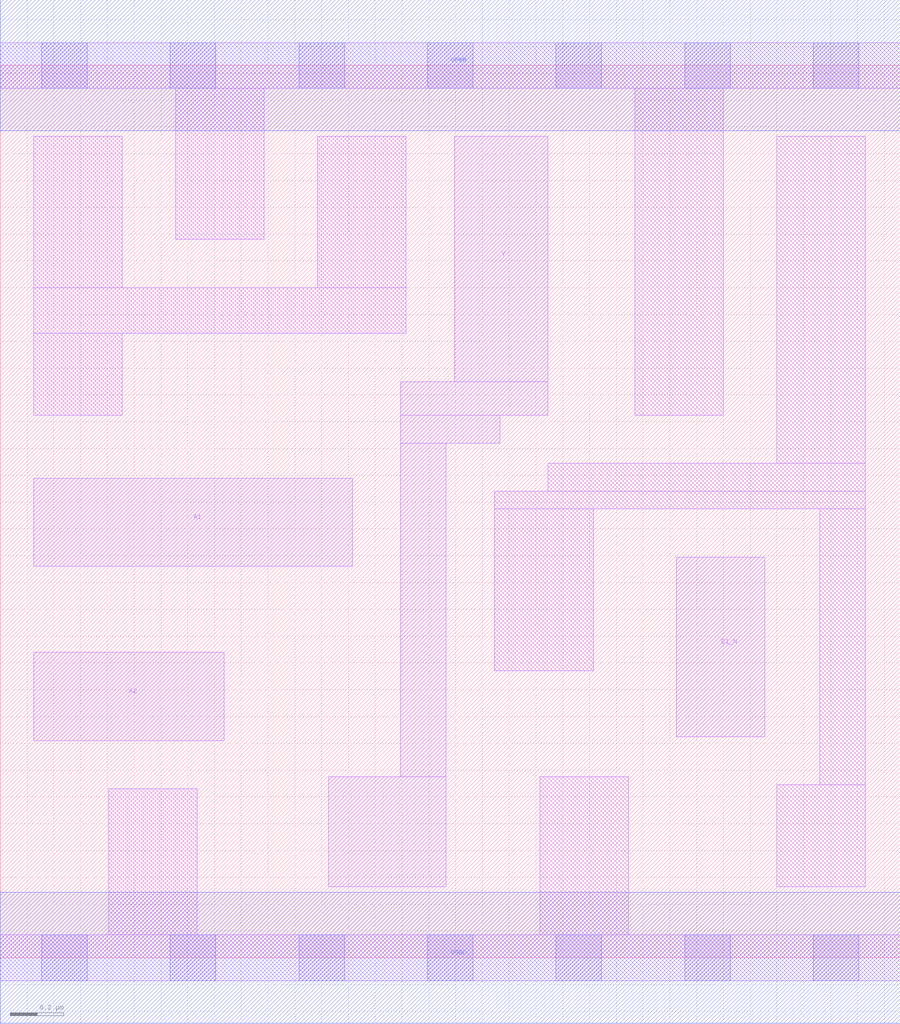
<source format=lef>
# Copyright 2020 The SkyWater PDK Authors
#
# Licensed under the Apache License, Version 2.0 (the "License");
# you may not use this file except in compliance with the License.
# You may obtain a copy of the License at
#
#     https://www.apache.org/licenses/LICENSE-2.0
#
# Unless required by applicable law or agreed to in writing, software
# distributed under the License is distributed on an "AS IS" BASIS,
# WITHOUT WARRANTIES OR CONDITIONS OF ANY KIND, either express or implied.
# See the License for the specific language governing permissions and
# limitations under the License.
#
# SPDX-License-Identifier: Apache-2.0

VERSION 5.7 ;
  NAMESCASESENSITIVE ON ;
  NOWIREEXTENSIONATPIN ON ;
  DIVIDERCHAR "/" ;
  BUSBITCHARS "[]" ;
UNITS
  DATABASE MICRONS 200 ;
END UNITS
MACRO sky130_fd_sc_lp__a21boi_lp
  CLASS CORE ;
  SOURCE USER ;
  FOREIGN sky130_fd_sc_lp__a21boi_lp ;
  ORIGIN  0.000000  0.000000 ;
  SIZE  3.360000 BY  3.330000 ;
  SYMMETRY X Y R90 ;
  SITE unit ;
  PIN A1
    ANTENNAGATEAREA  0.313000 ;
    DIRECTION INPUT ;
    USE SIGNAL ;
    PORT
      LAYER li1 ;
        RECT 0.125000 1.460000 1.315000 1.790000 ;
    END
  END A1
  PIN A2
    ANTENNAGATEAREA  0.313000 ;
    DIRECTION INPUT ;
    USE SIGNAL ;
    PORT
      LAYER li1 ;
        RECT 0.125000 0.810000 0.835000 1.140000 ;
    END
  END A2
  PIN B1_N
    ANTENNAGATEAREA  0.376000 ;
    DIRECTION INPUT ;
    USE SIGNAL ;
    PORT
      LAYER li1 ;
        RECT 2.525000 0.825000 2.855000 1.495000 ;
    END
  END B1_N
  PIN Y
    ANTENNADIFFAREA  0.402600 ;
    DIRECTION OUTPUT ;
    USE SIGNAL ;
    PORT
      LAYER li1 ;
        RECT 1.225000 0.265000 1.665000 0.675000 ;
        RECT 1.495000 0.675000 1.665000 1.920000 ;
        RECT 1.495000 1.920000 1.865000 2.025000 ;
        RECT 1.495000 2.025000 2.045000 2.150000 ;
        RECT 1.695000 2.150000 2.045000 3.065000 ;
    END
  END Y
  PIN VGND
    DIRECTION INOUT ;
    USE GROUND ;
    PORT
      LAYER met1 ;
        RECT 0.000000 -0.245000 3.360000 0.245000 ;
    END
  END VGND
  PIN VPWR
    DIRECTION INOUT ;
    USE POWER ;
    PORT
      LAYER met1 ;
        RECT 0.000000 3.085000 3.360000 3.575000 ;
    END
  END VPWR
  OBS
    LAYER li1 ;
      RECT 0.000000 -0.085000 3.360000 0.085000 ;
      RECT 0.000000  3.245000 3.360000 3.415000 ;
      RECT 0.125000  2.025000 0.455000 2.330000 ;
      RECT 0.125000  2.330000 1.515000 2.500000 ;
      RECT 0.125000  2.500000 0.455000 3.065000 ;
      RECT 0.405000  0.085000 0.735000 0.630000 ;
      RECT 0.655000  2.680000 0.985000 3.245000 ;
      RECT 1.185000  2.500000 1.515000 3.065000 ;
      RECT 1.845000  1.070000 2.215000 1.675000 ;
      RECT 1.845000  1.675000 3.230000 1.740000 ;
      RECT 2.015000  0.085000 2.345000 0.675000 ;
      RECT 2.045000  1.740000 3.230000 1.845000 ;
      RECT 2.370000  2.025000 2.700000 3.245000 ;
      RECT 2.900000  0.265000 3.230000 0.645000 ;
      RECT 2.900000  1.845000 3.230000 3.065000 ;
      RECT 3.060000  0.645000 3.230000 1.675000 ;
    LAYER mcon ;
      RECT 0.155000 -0.085000 0.325000 0.085000 ;
      RECT 0.155000  3.245000 0.325000 3.415000 ;
      RECT 0.635000 -0.085000 0.805000 0.085000 ;
      RECT 0.635000  3.245000 0.805000 3.415000 ;
      RECT 1.115000 -0.085000 1.285000 0.085000 ;
      RECT 1.115000  3.245000 1.285000 3.415000 ;
      RECT 1.595000 -0.085000 1.765000 0.085000 ;
      RECT 1.595000  3.245000 1.765000 3.415000 ;
      RECT 2.075000 -0.085000 2.245000 0.085000 ;
      RECT 2.075000  3.245000 2.245000 3.415000 ;
      RECT 2.555000 -0.085000 2.725000 0.085000 ;
      RECT 2.555000  3.245000 2.725000 3.415000 ;
      RECT 3.035000 -0.085000 3.205000 0.085000 ;
      RECT 3.035000  3.245000 3.205000 3.415000 ;
  END
END sky130_fd_sc_lp__a21boi_lp
END LIBRARY

</source>
